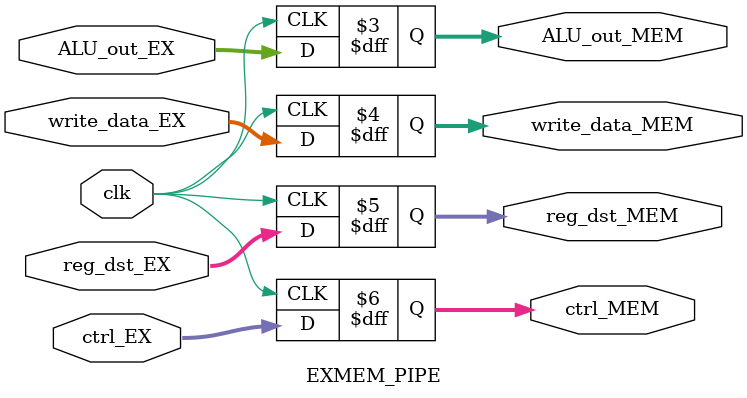
<source format=v>
module EXMEM_PIPE(ctrl_MEM, ALU_out_MEM, write_data_MEM, reg_dst_MEM, ALU_out_EX, write_data_EX, reg_dst_EX,  ctrl_EX, clk);

    input[31:0] ALU_out_EX, write_data_EX;
    input[4:0] reg_dst_EX;
    input [3:0] ctrl_EX;
    input clk;
    output[31:0] ALU_out_MEM, write_data_MEM;
    output[4:0] reg_dst_MEM;
    output [3:0] ctrl_MEM;

    reg [31:0] ALU_out_MEM, write_data_MEM;
    reg [3:0] ctrl_MEM;
    reg [4:0] reg_dst_MEM;
    
    initial begin
        ALU_out_MEM=0;
        write_data_MEM=0;
        reg_dst_MEM=0;
        ctrl_MEM=0;
    end
    
    always @(posedge clk) begin
        ALU_out_MEM=ALU_out_EX;
        write_data_MEM=write_data_EX;
        reg_dst_MEM=reg_dst_EX;
        ctrl_MEM=ctrl_EX;
        //$display("EXMEM: ALU_out_MEM:%h, write_data_MEM:%h, ctrl_MEM:%b, reg_dst_MEM:%d", ALU_out_MEM, write_data_MEM, ctrl_MEM, reg_dst_MEM);
    end
    
endmodule


</source>
